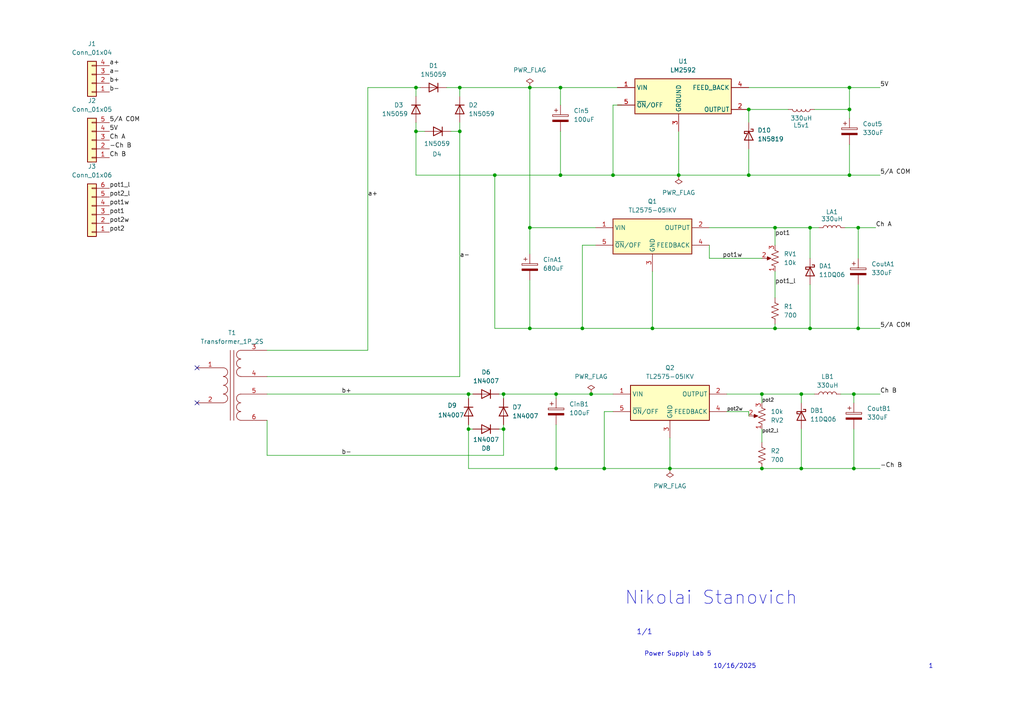
<source format=kicad_sch>
(kicad_sch (version 20250114) (generator "eeschema") (generator_version "9.0")
  (paper "A4")
  (lib_symbols
    (symbol "Connector_Generic:Conn_01x04" (pin_names (offset 1.016) (hide yes))
      (property "Reference" "J1" (at 8.382 -6.858 0))
      (property "Value" "Conn_01x04" (at 13.97 -8.636 0))
      (symbol "Conn_01x04_1_1"
        (rectangle (start 8.89 -11.557) (end 7.62 -11.303) (stroke (width 0.1524)))
        (rectangle (start 8.89 -14.097) (end 7.62 -13.843) (stroke (width 0.1524)))
        (rectangle (start 8.89 -16.637) (end 7.62 -16.383) (stroke (width 0.1524)))
        (rectangle (start 8.89 -19.177) (end 7.62 -18.923) (stroke (width 0.1524)))
        (rectangle (start 8.89 -20.32) (end 6.35 -10.16) (stroke (width 0.254)) (fill (type background)))
        (pin passive line (at 12.7 -11.43 180) (length 3.81) (name "Pin_4") (number "4"))
        (pin passive line (at 12.7 -13.97 180) (length 3.81) (name "Pin_3") (number "3"))
        (pin passive line (at 12.7 -16.51 180) (length 3.81) (name "Pin_2") (number "2"))
        (pin passive line (at 12.7 -19.05 180) (length 3.81) (name "Pin_1") (number "1"))
      )
    )
    (symbol "Connector_Generic:Conn_01x05" (pin_names (offset 1.016) (hide yes))
      (property "Reference" "J2" (at -0.508 10.414 0))
      (property "Value" "Conn_01x05" (at -5.334 7.874 0))
      (symbol "Conn_01x05_1_1"
        (rectangle (start -1.27 4.953) (end -2.54 5.207) (stroke (width 0.1524)))
        (rectangle (start -1.27 2.413) (end -2.54 2.667) (stroke (width 0.1524)))
        (rectangle (start -1.27 -0.127) (end -2.54 0.127) (stroke (width 0.1524)))
        (rectangle (start -1.27 -2.667) (end -2.54 -2.413) (stroke (width 0.1524)))
        (rectangle (start -1.27 -5.207) (end -2.54 -4.953) (stroke (width 0.1524)))
        (rectangle (start -1.27 -6.35) (end -3.81 6.35) (stroke (width 0.254)) (fill (type background)))
        (pin passive line (at 2.54 5.08 180) (length 3.81) (name "Pin_5") (number "5"))
        (pin passive line (at 2.54 2.54 180) (length 3.81) (name "Pin_4") (number "4"))
        (pin passive line (at 2.54 0 180) (length 3.81) (name "Pin_3") (number "3"))
        (pin passive line (at 2.54 -2.54 180) (length 3.81) (name "Pin_2") (number "2"))
        (pin passive line (at 2.54 -5.08 180) (length 3.81) (name "Pin_1") (number "1"))
      )
    )
    (symbol "Connector_Generic:Conn_01x06" (pin_names (offset 1.016) (hide yes))
      (property "Reference" "J3" (at -1.27 10.922 0))
      (property "Value" "Conn_01x06" (at -5.08 8.128 0))
      (symbol "Conn_01x06_1_1"
        (rectangle (start -2.54 4.953) (end -3.81 5.207) (stroke (width 0.1524)))
        (rectangle (start -2.54 2.413) (end -3.81 2.667) (stroke (width 0.1524)))
        (rectangle (start -2.54 -0.127) (end -3.81 0.127) (stroke (width 0.1524)))
        (rectangle (start -2.54 -2.667) (end -3.81 -2.413) (stroke (width 0.1524)))
        (rectangle (start -2.54 -5.207) (end -3.81 -4.953) (stroke (width 0.1524)))
        (rectangle (start -2.54 -7.747) (end -3.81 -7.493) (stroke (width 0.1524)))
        (rectangle (start -2.54 -8.89) (end -5.08 6.35) (stroke (width 0.254)) (fill (type background)))
        (pin passive line (at 1.27 5.08 180) (length 3.81) (name "Pin_6") (number "6"))
        (pin passive line (at 1.27 2.54 180) (length 3.81) (name "Pin_5") (number "5"))
        (pin passive line (at 1.27 0 180) (length 3.81) (name "Pin_4") (number "4"))
        (pin passive line (at 1.27 -2.54 180) (length 3.81) (name "Pin_3") (number "3"))
        (pin passive line (at 1.27 -5.08 180) (length 3.81) (name "Pin_2") (number "2"))
        (pin passive line (at 1.27 -7.62 180) (length 3.81) (name "Pin_1") (number "1"))
      )
    )
    (symbol "Device:C_Polarized" (pin_numbers (hide yes)) (pin_names (offset 0.254))
      (property "Reference" "C" (at 0.635 2.54 0))
      (property "Value" "C_Polarized" (at 0.635 -2.54 0))
      (symbol "C_Polarized_0_1"
        (rectangle (start -2.286 0.508) (end 2.286 1.016))
        (polyline (pts (xy -1.778 2.286) (xy -0.762 2.286)))
        (polyline (pts (xy -1.27 2.794) (xy -1.27 1.778)))
        (rectangle (start 2.286 -0.508) (end -2.286 -1.016) (fill (type outline)))
      )
      (symbol "C_Polarized_1_1"
        (pin passive line (at 0 3.81 270) (length 2.794) (name "~") (number "1"))
        (pin passive line (at 0 -3.81 90) (length 2.794) (name "~") (number "2"))
      )
    )
    (symbol "Device:D_Schottky" (pin_numbers (hide yes)) (pin_names (offset 1.016) (hide yes))
      (property "Reference" "D" (at 0 2.54 0))
      (property "Value" "D_Schottky" (at 0 -2.54 0))
      (symbol "D_Schottky_0_1"
        (polyline (pts (xy -1.905 0.635) (xy -1.905 1.27) (xy -1.27 1.27) (xy -1.27 -1.27) (xy -0.635 -1.27) (xy -0.635 -0.635)) (stroke (width 0.254)))
        (polyline (pts (xy 1.27 1.27) (xy 1.27 -1.27) (xy -1.27 0) (xy 1.27 1.27)) (stroke (width 0.254)))
        (polyline (pts (xy 1.27 0) (xy -1.27 0)))
      )
      (symbol "D_Schottky_1_1"
        (pin passive line (at -3.81 0 0) (length 2.54) (name "K") (number "1"))
        (pin passive line (at 3.81 0 180) (length 2.54) (name "A") (number "2"))
      )
    )
    (symbol "Device:L" (pin_numbers (hide yes)) (pin_names (offset 1.016) (hide yes))
      (property "Reference" "L" (at -1.27 0 90))
      (property "Value" "L" (at 1.905 0 90))
      (symbol "L_0_1"
        (arc (start 0 2.54) (mid 0.6323 1.905) (end 0 1.27))
        (arc (start 0 1.27) (mid 0.6323 0.635) (end 0 0))
        (arc (start 0 0) (mid 0.6323 -0.635) (end 0 -1.27))
        (arc (start 0 -1.27) (mid 0.6323 -1.905) (end 0 -2.54))
      )
      (symbol "L_1_1"
        (pin passive line (at 0 3.81 270) (length 1.27) (name "1") (number "1"))
        (pin passive line (at 0 -3.81 90) (length 1.27) (name "2") (number "2"))
      )
    )
    (symbol "Device:R_Potentiometer_US" (pin_names (offset 1.016) (hide yes))
      (property "Reference" "RV" (at -4.445 0 90))
      (property "Value" "R_Potentiometer_US" (at -2.54 0 90))
      (symbol "R_Potentiometer_US_0_1"
        (polyline (pts (xy 0 2.54) (xy 0 2.286)))
        (polyline (pts (xy 0 2.286) (xy 1.016 1.905) (xy 0 1.524) (xy -1.016 1.143) (xy 0 0.762)))
        (polyline (pts (xy 0 0.762) (xy 1.016 0.381) (xy 0 0) (xy -1.016 -0.381) (xy 0 -0.762)))
        (polyline (pts (xy 0 -0.762) (xy 1.016 -1.143) (xy 0 -1.524) (xy -1.016 -1.905) (xy 0 -2.286)))
        (polyline (pts (xy 0 -2.286) (xy 0 -2.54)))
        (polyline (pts (xy 1.143 0) (xy 2.286 0.508) (xy 2.286 -0.508) (xy 1.143 0)) (fill (type outline)))
        (polyline (pts (xy 2.54 0) (xy 1.524 0)))
      )
      (symbol "R_Potentiometer_US_1_1"
        (pin passive line (at 0 3.81 270) (length 1.27) (name "1") (number "1"))
        (pin passive line (at 0 -3.81 90) (length 1.27) (name "3") (number "3"))
        (pin passive line (at 3.81 0 180) (length 1.27) (name "2") (number "2"))
      )
    )
    (symbol "Device:R_US" (pin_numbers (hide yes)) (pin_names (offset 0))
      (property "Reference" "R" (at 2.54 0 90))
      (property "Value" "R_US" (at -2.54 0 90))
      (symbol "R_US_0_1"
        (polyline (pts (xy 0 2.286) (xy 0 2.54)))
        (polyline (pts (xy 0 2.286) (xy 1.016 1.905) (xy 0 1.524) (xy -1.016 1.143) (xy 0 0.762)))
        (polyline (pts (xy 0 0.762) (xy 1.016 0.381) (xy 0 0) (xy -1.016 -0.381) (xy 0 -0.762)))
        (polyline (pts (xy 0 -0.762) (xy 1.016 -1.143) (xy 0 -1.524) (xy -1.016 -1.905) (xy 0 -2.286)))
        (polyline (pts (xy 0 -2.286) (xy 0 -2.54)))
      )
      (symbol "R_US_1_1"
        (pin passive line (at 0 3.81 270) (length 1.27) (name "~") (number "1"))
        (pin passive line (at 0 -3.81 90) (length 1.27) (name "~") (number "2"))
      )
    )
    (symbol "Device:Transformer_1P_2S" (pin_names (offset 1.016) (hide yes))
      (property "Reference" "T" (at 0 12.7 0))
      (property "Value" "Transformer_1P_2S" (at 0 -12.7 0))
      (symbol "Transformer_1P_2S_0_1"
        (arc (start -1.27 3.81) (mid -1.656 2.9336) (end -2.54 2.5654))
        (arc (start -1.27 1.27) (mid -1.656 0.3936) (end -2.54 0.0254))
        (arc (start -1.27 -1.27) (mid -1.656 -2.1464) (end -2.54 -2.5146))
        (arc (start -1.27 -3.81) (mid -1.656 -4.6864) (end -2.54 -5.0546))
        (arc (start -2.54 5.08) (mid -1.642 4.708) (end -1.27 3.81))
        (arc (start -2.54 2.54) (mid -1.642 2.168) (end -1.27 1.27))
        (arc (start -2.54 0) (mid -1.642 -0.372) (end -1.27 -1.27))
        (arc (start -2.54 -2.54) (mid -1.642 -2.912) (end -1.27 -3.81))
        (polyline (pts (xy -0.508 -10.16) (xy -0.508 10.16)))
        (polyline (pts (xy 0.508 10.16) (xy 0.508 -10.16)))
        (arc (start 1.2954 8.89) (mid 1.6457 9.7917) (end 2.54 10.16))
        (arc (start 1.2954 6.35) (mid 1.6457 7.2517) (end 2.54 7.62))
        (arc (start 1.2954 3.81) (mid 1.6457 4.7117) (end 2.54 5.08))
        (arc (start 1.2954 -3.81) (mid 1.6457 -2.9083) (end 2.54 -2.54))
        (arc (start 1.2954 -6.35) (mid 1.6457 -5.4483) (end 2.54 -5.08))
        (arc (start 1.2954 -8.89) (mid 1.6457 -7.9883) (end 2.54 -7.62))
        (arc (start 2.54 7.6454) (mid 1.6599 8.0099) (end 1.2954 8.89))
        (arc (start 2.54 5.1054) (mid 1.6599 5.4699) (end 1.2954 6.35))
        (arc (start 2.54 2.5654) (mid 1.6599 2.9299) (end 1.2954 3.81))
        (arc (start 2.54 -5.0546) (mid 1.6599 -4.6901) (end 1.2954 -3.81))
        (arc (start 2.54 -7.5946) (mid 1.6599 -7.2301) (end 1.2954 -6.35))
        (arc (start 2.54 -10.1346) (mid 1.6599 -9.7701) (end 1.2954 -8.89))
      )
      (symbol "Transformer_1P_2S_1_1"
        (pin passive line (at -10.16 5.08 0) (length 7.62) (name "AA") (number "1"))
        (pin passive line (at -10.16 -5.08 0) (length 7.62) (name "AB") (number "2"))
        (pin passive line (at 10.16 10.16 180) (length 7.62) (name "SA") (number "3"))
        (pin passive line (at 10.16 2.54 180) (length 7.62) (name "SB") (number "4"))
        (pin passive line (at 10.16 -2.54 180) (length 7.62) (name "SC") (number "5"))
        (pin passive line (at 10.16 -10.16 180) (length 7.62) (name "SD") (number "6"))
      )
    )
    (symbol "Diode:1N4007" (pin_numbers (hide yes)) (pin_names (hide yes))
      (property "Reference" "D6" (at 0 6.35 0))
      (property "Value" "1N4007" (at 0 3.81 0))
      (symbol "1N4007_0_1"
        (polyline (pts (xy -1.27 1.27) (xy -1.27 -1.27) (xy 1.27 0) (xy -1.27 1.27)) (stroke (width 0.254)))
        (polyline (pts (xy -1.27 0) (xy 1.27 0)))
        (polyline (pts (xy 1.27 1.27) (xy 1.27 -1.27)) (stroke (width 0.254)))
      )
      (symbol "1N4007_1_1"
        (pin passive line (at -3.81 0 0) (length 2.54) (name "A") (number "2"))
        (pin passive line (at 3.81 0 180) (length 2.54) (name "K") (number "1"))
      )
    )
    (symbol "Diode:1N5819" (pin_numbers (hide yes)) (pin_names (offset 1.016) (hide yes))
      (property "Reference" "D" (at 0 2.54 0))
      (property "Value" "1N5819" (at 0 -2.54 0))
      (symbol "1N5819_0_1"
        (polyline (pts (xy -1.905 0.635) (xy -1.905 1.27) (xy -1.27 1.27) (xy -1.27 -1.27) (xy -0.635 -1.27) (xy -0.635 -0.635)) (stroke (width 0.254)))
        (polyline (pts (xy 1.27 1.27) (xy 1.27 -1.27) (xy -1.27 0) (xy 1.27 1.27)) (stroke (width 0.254)))
        (polyline (pts (xy 1.27 0) (xy -1.27 0)))
      )
      (symbol "1N5819_1_1"
        (pin passive line (at -3.81 0 0) (length 2.54) (name "K") (number "1"))
        (pin passive line (at 3.81 0 180) (length 2.54) (name "A") (number "2"))
      )
    )
    (symbol "LM2592HVT-5.0_NOPB_1"
      (property "Reference" "U1" (at 19.05 7.62 0))
      (property "Value" "LM2592" (at 19.05 5.08 0))
      (symbol "LM2592HVT-5.0_NOPB_1_1_1"
        (rectangle (start 5.08 2.54) (end 33.02 -7.62) (stroke (width 0.254)) (fill (type background)))
        (pin passive line (at 0 0 0) (length 5.08) (name "VIN") (number "1"))
        (pin passive line (at 0 -5.08 0) (length 5.08) (name "~{ON}/OFF") (number "5"))
        (pin passive line (at 17.78 -12.7 90) (length 5.08) (name "GROUND") (number "3"))
        (pin passive line (at 38.1 0 180) (length 5.08) (name "FEED_BACK") (number "4"))
        (pin passive line (at 38.1 -6.35 180) (length 5.08) (name "OUTPUT") (number "2"))
      )
    )
    (symbol "TL2575-05IKV:TL2575-05IKV"
      (property "Reference" "Q" (at 34.29 7.62 0))
      (property "Value" "TL2575-05IKV" (at 34.29 5.08 0))
      (symbol "TL2575-05IKV_1_1"
        (rectangle (start 5.08 2.54) (end 27.94 -7.62) (stroke (width 0.254)) (fill (type background)))
        (pin passive line (at 0 0 0) (length 5.08) (name "VIN") (number "1"))
        (pin passive line (at 0 -5.08 0) (length 5.08) (name "~{ON}/OFF") (number "5"))
        (pin passive line (at 16.51 -12.7 90) (length 5.08) (name "GND") (number "3"))
        (pin passive line (at 33.02 0 180) (length 5.08) (name "OUTPUT") (number "2"))
        (pin passive line (at 33.02 -5.08 180) (length 5.08) (name "FEEDBACK") (number "4"))
      )
    )
    (symbol "power:PWR_FLAG" (power) (pin_numbers (hide yes)) (pin_names (offset 0) (hide yes))
      (property "Value" "PWR_FLAG" (at 0 3.81 0))
      (symbol "PWR_FLAG_0_0"
        (pin power_out line (at 0 0 90) (length 0) (name "~") (number "1"))
      )
      (symbol "PWR_FLAG_0_1"
        (polyline (pts (xy 0 0) (xy 0 1.27) (xy -1.016 1.905) (xy 0 2.54) (xy 1.016 1.905) (xy 0 1.27)))
      )
    )
  )
  (text "Power Supply Lab 5 " (at 197.104 189.738 0) (effects (font (size 1.27 1.27))))
  (text "10/16/2025" (at 213.106 193.294 0) (effects (font (size 1.27 1.27))))
  (text "Nikolai Stanovich\n" (at 206.248 173.482 0) (effects (font (size 3.81 3.81))))
  (text "1/1\n" (at 186.944 183.388 0) (effects (font (size 1.524 1.524))))
  (text "1\n" (at 270.002 193.294 0) (effects (font (size 1.27 1.27))))
  (junction (at 162.56 50.8))
  (junction (at 248.92 66.04))
  (junction (at 248.92 95.25))
  (junction (at 232.41 135.89))
  (junction (at 234.95 95.25))
  (junction (at 196.85 50.8))
  (junction (at 133.35 25.4))
  (junction (at 220.98 114.3))
  (junction (at 153.67 95.25))
  (junction (at 153.67 66.04))
  (junction (at 175.26 135.89))
  (junction (at 177.8 50.8))
  (junction (at 194.31 135.89))
  (junction (at 220.98 135.89))
  (junction (at 161.29 114.3))
  (junction (at 189.23 95.25))
  (junction (at 246.38 50.8))
  (junction (at 246.38 25.4))
  (junction (at 168.91 95.25))
  (junction (at 217.17 31.75))
  (junction (at 171.45 114.3))
  (junction (at 224.79 66.04))
  (junction (at 246.38 31.75))
  (junction (at 133.35 38.1))
  (junction (at 146.05 124.46))
  (junction (at 224.79 95.25))
  (junction (at 161.29 135.89))
  (junction (at 162.56 25.4))
  (junction (at 120.65 25.4))
  (junction (at 247.65 135.89))
  (junction (at 153.67 25.4))
  (junction (at 143.51 50.8))
  (junction (at 232.41 114.3))
  (junction (at 135.89 124.46))
  (junction (at 217.17 50.8))
  (junction (at 135.89 114.3))
  (junction (at 120.65 38.1))
  (junction (at 247.65 114.3))
  (junction (at 234.95 66.04))
  (junction (at 146.05 114.3))
  (no_connect (at 57.15 116.84))
  (no_connect (at 57.15 106.68))
  (wire (pts (xy 153.67 25.4) (xy 162.56 25.4)))
  (wire (pts (xy 248.92 95.25) (xy 255.27 95.25)))
  (wire (pts (xy 77.47 101.6) (xy 106.68 101.6)))
  (wire (pts (xy 236.22 31.75) (xy 246.38 31.75)))
  (wire (pts (xy 120.65 27.94) (xy 120.65 25.4)))
  (wire (pts (xy 217.17 43.18) (xy 217.17 50.8)))
  (wire (pts (xy 232.41 124.46) (xy 232.41 135.89)))
  (wire (pts (xy 120.65 25.4) (xy 121.92 25.4)))
  (wire (pts (xy 153.67 95.25) (xy 168.91 95.25)))
  (wire (pts (xy 153.67 66.04) (xy 153.67 73.66)))
  (wire (pts (xy 248.92 82.55) (xy 248.92 95.25)))
  (wire (pts (xy 220.98 135.89) (xy 232.41 135.89)))
  (wire (pts (xy 129.54 25.4) (xy 133.35 25.4)))
  (wire (pts (xy 196.85 50.8) (xy 217.17 50.8)))
  (wire (pts (xy 232.41 135.89) (xy 247.65 135.89)))
  (wire (pts (xy 123.19 38.1) (xy 120.65 38.1)))
  (wire (pts (xy 217.17 25.4) (xy 246.38 25.4)))
  (wire (pts (xy 224.79 66.04) (xy 234.95 66.04)))
  (wire (pts (xy 77.47 121.92) (xy 77.47 132.08)))
  (wire (pts (xy 77.47 114.3) (xy 135.89 114.3)))
  (wire (pts (xy 246.38 25.4) (xy 246.38 31.75)))
  (wire (pts (xy 161.29 135.89) (xy 175.26 135.89)))
  (wire (pts (xy 168.91 71.12) (xy 172.72 71.12)))
  (wire (pts (xy 224.79 93.98) (xy 224.79 95.25)))
  (wire (pts (xy 243.84 114.3) (xy 247.65 114.3)))
  (wire (pts (xy 162.56 38.1) (xy 162.56 50.8)))
  (wire (pts (xy 232.41 114.3) (xy 232.41 116.84)))
  (wire (pts (xy 161.29 123.19) (xy 161.29 135.89)))
  (wire (pts (xy 146.05 124.46) (xy 146.05 123.19)))
  (wire (pts (xy 248.92 66.04) (xy 254 66.04)))
  (wire (pts (xy 135.89 114.3) (xy 135.89 115.57)))
  (wire (pts (xy 234.95 66.04) (xy 237.49 66.04)))
  (wire (pts (xy 106.68 101.6) (xy 106.68 25.4)))
  (wire (pts (xy 162.56 25.4) (xy 179.07 25.4)))
  (wire (pts (xy 234.95 66.04) (xy 234.95 74.93)))
  (wire (pts (xy 153.67 66.04) (xy 153.67 25.4)))
  (wire (pts (xy 217.17 31.75) (xy 228.6 31.75)))
  (wire (pts (xy 133.35 35.56) (xy 133.35 38.1)))
  (wire (pts (xy 205.74 66.04) (xy 224.79 66.04)))
  (wire (pts (xy 194.31 135.89) (xy 220.98 135.89)))
  (wire (pts (xy 175.26 119.38) (xy 175.26 135.89)))
  (wire (pts (xy 246.38 41.91) (xy 246.38 50.8)))
  (wire (pts (xy 234.95 82.55) (xy 234.95 95.25)))
  (wire (pts (xy 161.29 114.3) (xy 171.45 114.3)))
  (wire (pts (xy 133.35 109.22) (xy 77.47 109.22)))
  (wire (pts (xy 153.67 81.28) (xy 153.67 95.25)))
  (wire (pts (xy 161.29 114.3) (xy 161.29 115.57)))
  (wire (pts (xy 189.23 78.74) (xy 189.23 95.25)))
  (wire (pts (xy 189.23 95.25) (xy 224.79 95.25)))
  (wire (pts (xy 133.35 38.1) (xy 133.35 109.22)))
  (wire (pts (xy 106.68 25.4) (xy 120.65 25.4)))
  (wire (pts (xy 143.51 95.25) (xy 153.67 95.25)))
  (wire (pts (xy 133.35 25.4) (xy 153.67 25.4)))
  (wire (pts (xy 210.82 114.3) (xy 220.98 114.3)))
  (wire (pts (xy 120.65 38.1) (xy 120.65 35.56)))
  (wire (pts (xy 144.78 114.3) (xy 146.05 114.3)))
  (wire (pts (xy 168.91 95.25) (xy 189.23 95.25)))
  (wire (pts (xy 220.98 114.3) (xy 232.41 114.3)))
  (wire (pts (xy 247.65 124.46) (xy 247.65 135.89)))
  (wire (pts (xy 135.89 124.46) (xy 137.16 124.46)))
  (wire (pts (xy 194.31 127) (xy 194.31 135.89)))
  (wire (pts (xy 171.45 114.3) (xy 177.8 114.3)))
  (wire (pts (xy 135.89 123.19) (xy 135.89 124.46)))
  (wire (pts (xy 247.65 114.3) (xy 255.27 114.3)))
  (wire (pts (xy 220.98 114.3) (xy 220.98 116.84)))
  (wire (pts (xy 247.65 135.89) (xy 255.27 135.89)))
  (wire (pts (xy 217.17 50.8) (xy 246.38 50.8)))
  (wire (pts (xy 175.26 135.89) (xy 194.31 135.89)))
  (wire (pts (xy 224.79 78.74) (xy 224.79 86.36)))
  (wire (pts (xy 205.74 71.12) (xy 205.74 74.93)))
  (wire (pts (xy 146.05 132.08) (xy 146.05 124.46)))
  (wire (pts (xy 162.56 25.4) (xy 162.56 30.48)))
  (wire (pts (xy 177.8 30.48) (xy 177.8 50.8)))
  (wire (pts (xy 168.91 71.12) (xy 168.91 95.25)))
  (wire (pts (xy 120.65 38.1) (xy 120.65 50.8)))
  (wire (pts (xy 144.78 124.46) (xy 146.05 124.46)))
  (wire (pts (xy 146.05 114.3) (xy 161.29 114.3)))
  (wire (pts (xy 247.65 114.3) (xy 247.65 116.84)))
  (wire (pts (xy 232.41 114.3) (xy 236.22 114.3)))
  (wire (pts (xy 135.89 124.46) (xy 135.89 135.89)))
  (wire (pts (xy 133.35 38.1) (xy 130.81 38.1)))
  (wire (pts (xy 162.56 50.8) (xy 177.8 50.8)))
  (wire (pts (xy 135.89 135.89) (xy 161.29 135.89)))
  (wire (pts (xy 143.51 50.8) (xy 162.56 50.8)))
  (wire (pts (xy 246.38 25.4) (xy 255.27 25.4)))
  (wire (pts (xy 248.92 66.04) (xy 248.92 74.93)))
  (wire (pts (xy 245.11 66.04) (xy 248.92 66.04)))
  (wire (pts (xy 210.82 119.38) (xy 217.17 119.38)))
  (wire (pts (xy 205.74 74.93) (xy 220.98 74.93)))
  (wire (pts (xy 172.72 66.04) (xy 153.67 66.04)))
  (wire (pts (xy 246.38 50.8) (xy 255.27 50.8)))
  (wire (pts (xy 217.17 31.75) (xy 217.17 35.56)))
  (wire (pts (xy 177.8 30.48) (xy 180.34 30.48)))
  (wire (pts (xy 246.38 31.75) (xy 246.38 34.29)))
  (wire (pts (xy 217.17 119.38) (xy 217.17 120.65)))
  (wire (pts (xy 120.65 50.8) (xy 143.51 50.8)))
  (wire (pts (xy 224.79 95.25) (xy 234.95 95.25)))
  (wire (pts (xy 234.95 95.25) (xy 248.92 95.25)))
  (wire (pts (xy 135.89 114.3) (xy 137.16 114.3)))
  (wire (pts (xy 146.05 115.57) (xy 146.05 114.3)))
  (wire (pts (xy 177.8 119.38) (xy 175.26 119.38)))
  (wire (pts (xy 224.79 66.04) (xy 224.79 71.12)))
  (wire (pts (xy 177.8 50.8) (xy 196.85 50.8)))
  (wire (pts (xy 133.35 25.4) (xy 133.35 27.94)))
  (wire (pts (xy 196.85 38.1) (xy 196.85 50.8)))
  (wire (pts (xy 143.51 50.8) (xy 143.51 95.25)))
  (wire (pts (xy 220.98 124.46) (xy 220.98 128.27)))
  (wire (pts (xy 77.47 132.08) (xy 146.05 132.08)))
  (label "pot2_l" (at 220.98 125.73 0) (effects (font (size 1.016 1.016))))
  (label "Ch A" (at 254 66.04 0))
  (label "pot2" (at 31.75 67.31 0))
  (label "Ch B" (at 31.75 45.72 0))
  (label "pot1_l" (at 224.79 82.55 0))
  (label "pot2" (at 220.98 116.84 0) (effects (font (size 1.016 1.016))))
  (label "pot1w" (at 31.75 59.69 0))
  (label "a+" (at 106.68 57.15 0))
  (label "Ch B" (at 255.27 114.3 0))
  (label "5V" (at 255.27 25.4 0))
  (label "pot1" (at 224.79 68.58 0))
  (label "b-" (at 99.06 132.08 0))
  (label "pot1w" (at 209.55 74.93 0))
  (label "pot2w" (at 210.82 119.38 0) (effects (font (size 1.016 1.016))))
  (label "5{slash}A COM" (at 31.75 35.56 0))
  (label "5{slash}A COM" (at 255.27 50.8 0))
  (label "-Ch B" (at 31.75 43.18 0))
  (label "a+" (at 31.75 19.05 0))
  (label "a-" (at 31.75 21.59 0))
  (label "a-" (at 133.35 74.93 0))
  (label "pot2_l" (at 31.75 57.15 0))
  (label "b-" (at 31.75 26.67 0))
  (label "pot1" (at 31.75 62.23 0))
  (label "b+" (at 99.06 114.3 0))
  (label "5{slash}A COM" (at 255.27 95.25 0))
  (label "-Ch B" (at 255.27 135.89 0))
  (label "5V" (at 31.75 38.1 0))
  (label "b+" (at 31.75 24.13 0))
  (label "Ch A" (at 31.75 40.64 0))
  (label "pot2w" (at 31.75 64.77 0))
  (label "pot1_l" (at 31.75 54.61 0))
  (symbol (lib_id "Connector_Generic:Conn_01x04") (at 19.05 7.62 0) (unit 1)
    (property "Reference" "J1" (at 26.67 12.7 0))
    (property "Value" "Conn_01x04" (at 26.67 15.24 0))
    (property "Footprint" "Connector_JST:JST_EH_B4B-EH-A_1x04_P2.50mm_Vertical" (effects (hide yes)))
    (property "Description" "Generic connector, single row, 01x04, script generated (kicad-library-utils/schlib/autogen/connector/)" (effects (hide yes)))
  )
  (symbol (lib_id "Device:L") (at 241.3 66.04 90) (unit 1)
    (property "Reference" "LA1" (at 241.3 61.468 90))
    (property "Value" "330uH" (at 241.3 63.5 90))
    (property "Footprint" "Inductor_THT:L_Axial_L7.0mm_D3.3mm_P5.08mm_Vertical_Fastron_MICC" (effects (hide yes)))
    (property "Description" "Inductor" (effects (hide yes)))
  )
  (symbol (lib_id "Device:R_Potentiometer_US") (at 220.98 120.65 180) (unit 1) (on_board no)
    (property "Reference" "RV2" (at 223.52 121.9201 0) (effects (justify right)))
    (property "Value" "10k" (at 223.52 119.3801 0) (effects (justify right)))
    (property "Description" "Potentiometer, US symbol" (effects (hide yes)))
  )
  (symbol (lib_id "Diode:1N5819") (at 217.17 39.37 270) (unit 1)
    (property "Reference" "D10" (at 219.71 37.7824 90) (effects (justify left)))
    (property "Value" "1N5819" (at 219.71 40.3224 90) (effects (justify left)))
    (property "Footprint" "Diode_THT:D_DO-41_SOD81_P10.16mm_Horizontal" (effects (hide yes)))
    (property "Datasheet" "http://www.vishay.com/docs/88525/1n5817.pdf" (effects (hide yes)))
    (property "Description" "40V 1A Schottky Barrier Rectifier Diode, DO-41" (effects (hide yes)))
  )
  (symbol (lib_id "Device:C_Polarized") (at 161.29 119.38 0) (unit 1)
    (property "Reference" "CinB1" (at 165.1 117.2209 0) (effects (justify left)))
    (property "Value" "100uF" (at 165.1 119.7609 0) (effects (justify left)))
    (property "Footprint" "Capacitor_THT:CP_Radial_D12.5mm_P7.50mm" (effects (hide yes)))
    (property "Description" "Polarized capacitor" (effects (hide yes)))
  )
  (symbol (lib_id "Device:D_Schottky") (at 232.41 120.65 270) (unit 1)
    (property "Reference" "DB1" (at 234.95 119.0624 90) (effects (justify left)))
    (property "Value" "11DQ06" (at 234.95 121.6024 90) (effects (justify left)))
    (property "Footprint" "Diode_THT:D_A-405_P7.62mm_Horizontal" (effects (hide yes)))
    (property "Description" "Schottky diode" (effects (hide yes)))
  )
  (symbol (lib_id "Connector_Generic:Conn_01x05") (at 29.21 40.64 0) (unit 1)
    (property "Reference" "J2" (at 26.67 29.21 0))
    (property "Value" "Conn_01x05" (at 26.67 31.75 0))
    (property "Footprint" "Connector_JST:JST_EH_B5B-EH-A_1x05_P2.50mm_Vertical" (effects (hide yes)))
    (property "Description" "Generic connector, single row, 01x05, script generated (kicad-library-utils/schlib/autogen/connector/)" (effects (hide yes)))
  )
  (symbol (lib_id "Device:R_US") (at 220.98 132.08 0) (unit 1)
    (property "Reference" "R2" (at 223.52 130.8099 0) (effects (justify left)))
    (property "Value" "700" (at 223.52 133.3499 0) (effects (justify left)))
    (property "Footprint" "Resistor_THT:R_Axial_DIN0204_L3.6mm_D1.6mm_P2.54mm_Vertical" (effects (hide yes)))
    (property "Description" "Resistor, US symbol" (effects (hide yes)))
  )
  (symbol (lib_id "Diode:1N4007") (at 140.97 124.46 0) (mirror x) (unit 1)
    (property "Reference" "D8" (at 140.97 130.048 0))
    (property "Value" "1N4007" (at 140.97 127.508 0))
    (property "Footprint" "Diode_THT:D_DO-41_SOD81_P10.16mm_Horizontal" (effects (hide yes)))
    (property "Datasheet" "http://www.vishay.com/docs/88503/1n4001.pdf" (effects (hide yes)))
    (property "Description" "1000V 1A General Purpose Rectifier Diode, DO-41" (effects (hide yes)))
    (property "Sim.Device" "D" (effects (hide yes)))
    (property "Sim.Pins" "1=K 2=A" (effects (hide yes)))
  )
  (symbol (lib_id "Device:C_Polarized") (at 248.92 78.74 0) (unit 1)
    (property "Reference" "CoutA1" (at 252.73 76.5809 0) (effects (justify left)))
    (property "Value" "330uF" (at 252.73 79.1209 0) (effects (justify left)))
    (property "Footprint" "Capacitor_THT:CP_Radial_D12.5mm_P7.50mm" (effects (hide yes)))
    (property "Description" "Polarized capacitor" (effects (hide yes)))
  )
  (symbol (lib_id "Device:C_Polarized") (at 153.67 77.47 0) (unit 1)
    (property "Reference" "CinA1" (at 157.48 75.3109 0) (effects (justify left)))
    (property "Value" "680uF" (at 157.48 77.8509 0) (effects (justify left)))
    (property "Footprint" "Capacitor_THT:CP_Radial_D12.5mm_P7.50mm" (effects (hide yes)))
    (property "Description" "Polarized capacitor" (effects (hide yes)))
  )
  (symbol (lib_id "Device:R_US") (at 224.79 90.17 0) (unit 1)
    (property "Reference" "R1" (at 227.33 88.8999 0) (effects (justify left)))
    (property "Value" "700" (at 227.33 91.4399 0) (effects (justify left)))
    (property "Footprint" "Resistor_THT:R_Axial_DIN0204_L3.6mm_D1.6mm_P2.54mm_Vertical" (effects (hide yes)))
    (property "Description" "Resistor, US symbol" (effects (hide yes)))
  )
  (symbol (lib_id "Device:L") (at 232.41 31.75 270) (unit 1)
    (property "Reference" "L5v1" (at 232.41 36.322 90))
    (property "Value" "330uH" (at 232.41 34.29 90))
    (property "Footprint" "Inductor_THT:L_Axial_L7.0mm_D3.3mm_P5.08mm_Vertical_Fastron_MICC" (effects (hide yes)))
    (property "Description" "Inductor" (effects (hide yes)))
  )
  (symbol (lib_id "Device:C_Polarized") (at 247.65 120.65 0) (unit 1)
    (property "Reference" "CoutB1" (at 251.46 118.4909 0) (effects (justify left)))
    (property "Value" "330uF" (at 251.46 121.0309 0) (effects (justify left)))
    (property "Footprint" "Capacitor_THT:CP_Radial_D12.5mm_P7.50mm" (effects (hide yes)))
    (property "Description" "Polarized capacitor" (effects (hide yes)))
  )
  (symbol (lib_id "Diode:1N4007") (at 140.97 114.3 0) (unit 1)
    (property "Reference" "D6" (at 140.97 107.95 0))
    (property "Value" "1N4007" (at 140.97 110.49 0))
    (property "Footprint" "Diode_THT:D_DO-41_SOD81_P10.16mm_Horizontal" (effects (hide yes)))
    (property "Datasheet" "http://www.vishay.com/docs/88503/1n4001.pdf" (effects (hide yes)))
    (property "Description" "1000V 1A General Purpose Rectifier Diode, DO-41" (effects (hide yes)))
    (property "Sim.Device" "D" (effects (hide yes)))
    (property "Sim.Pins" "1=K 2=A" (effects (hide yes)))
  )
  (symbol (lib_id "TL2575-05IKV:TL2575-05IKV") (at 177.8 114.3 0) (unit 1)
    (property "Reference" "Q2" (at 194.31 106.68 0))
    (property "Value" "TL2575-05IKV" (at 194.31 109.22 0))
    (property "Footprint" "Components:TO170P470X1016X2338-5P" (effects (hide yes)))
    (property "Datasheet" "http://www.ti.com/lit/gpn/tl2575-05" (effects (hide yes)))
    (property "Description" "Texas Instruments, TL2575-05IKV Switching Regulator 1A Adjustable, 4.75  5.25 V, 5-Pin TO-220" (effects (hide yes)))
    (property "Height" "4.7" (effects (hide yes)))
    (property "Mouser Part Number" "595-TL2575-05IKV" (effects (hide yes)))
    (property "Mouser Price/Stock" "https://www.mouser.co.uk/ProductDetail/Texas-Instruments/TL2575-05IKV?qs=EnLMdcWnKABqEG9hbRVmBQ%3D%3D" (effects (hide yes)))
    (property "Manufacturer_Name" "Texas Instruments" (effects (hide yes)))
    (property "Manufacturer_Part_Number" "TL2575-05IKV" (effects (hide yes)))
  )
  (symbol (lib_id "power:PWR_FLAG") (at 196.85 50.8 180) (unit 1)
    (property "Reference" "#FLG04" (effects (hide yes)))
    (property "Value" "PWR_FLAG" (at 196.85 55.88 0))
    (property "Description" "Special symbol for telling ERC where power comes from" (effects (hide yes)))
  )
  (symbol (lib_id "Device:D_Schottky") (at 234.95 78.74 270) (unit 1)
    (property "Reference" "DA1" (at 237.49 77.1524 90) (effects (justify left)))
    (property "Value" "11DQ06" (at 237.49 79.6924 90) (effects (justify left)))
    (property "Footprint" "Diode_THT:D_A-405_P7.62mm_Horizontal" (effects (hide yes)))
    (property "Description" "Schottky diode" (effects (hide yes)))
  )
  (symbol (lib_id "TL2575-05IKV:TL2575-05IKV") (at 172.72 66.04 0) (unit 1)
    (property "Reference" "Q1" (at 189.23 58.42 0))
    (property "Value" "TL2575-05IKV" (at 189.23 60.96 0))
    (property "Footprint" "Components:TO170P470X1016X2338-5P" (effects (hide yes)))
    (property "Datasheet" "http://www.ti.com/lit/gpn/tl2575-05" (effects (hide yes)))
    (property "Description" "Texas Instruments, TL2575-05IKV Switching Regulator 1A Adjustable, 4.75  5.25 V, 5-Pin TO-220" (effects (hide yes)))
    (property "Height" "4.7" (effects (hide yes)))
    (property "Mouser Part Number" "595-TL2575-05IKV" (effects (hide yes)))
    (property "Mouser Price/Stock" "https://www.mouser.co.uk/ProductDetail/Texas-Instruments/TL2575-05IKV?qs=EnLMdcWnKABqEG9hbRVmBQ%3D%3D" (effects (hide yes)))
    (property "Manufacturer_Name" "Texas Instruments" (effects (hide yes)))
    (property "Manufacturer_Part_Number" "TL2575-05IKV" (effects (hide yes)))
  )
  (symbol (lib_id "Diode:1N4007") (at 127 38.1 0) (unit 1)
    (property "Reference" "D4" (at 126.746 44.704 0))
    (property "Value" "1N5059" (at 126.746 41.656 0))
    (property "Footprint" "Diode_THT:D_A-405_P10.16mm_Horizontal" (effects (hide yes)))
    (property "Datasheet" "http://www.vishay.com/docs/88503/1n4001.pdf" (effects (hide yes)))
    (property "Description" "1000V 1A General Purpose Rectifier Diode, DO-41" (effects (hide yes)))
    (property "Sim.Device" "D" (effects (hide yes)))
    (property "Sim.Pins" "1=K 2=A" (effects (hide yes)))
  )
  (symbol (lib_name "LM2592HVT-5.0_NOPB_1") (lib_id "LM2592HVT-5_0_NOPB:LM2592HVT-5.0_NOPB") (at 179.07 25.4 0) (unit 1)
    (property "Reference" "U1" (at 198.12 17.78 0))
    (property "Value" "LM2592" (at 198.12 20.32 0))
    (property "Footprint" "Components:TO170P470X1028X2142-5P" (effects (hide yes)))
    (property "Datasheet" "http://www.ti.com/lit/gpn/lm2592hv" (effects (hide yes)))
    (property "Description" "Texas Instruments LM2592HVT-5.0/NOPB, Step Down DC-DC Converter, 2A, 5-Pin TO-220" (effects (hide yes)))
    (property "Height" "4.7" (effects (hide yes)))
    (property "Mouser Part Number" "926-LM2592HVT50NOPB" (effects (hide yes)))
    (property "Mouser Price/Stock" "https://www.mouser.co.uk/ProductDetail/Texas-Instruments/LM2592HVT-5.0-NOPB?qs=X1J7HmVL2ZFdEGxUID1D2g%3D%3D" (effects (hide yes)))
    (property "Manufacturer_Name" "Texas Instruments" (effects (hide yes)))
    (property "Manufacturer_Part_Number" "LM2592HVT-5.0/NOPB" (effects (hide yes)))
  )
  (symbol (lib_id "Device:L") (at 240.03 114.3 90) (unit 1)
    (property "Reference" "LB1" (at 240.03 109.22 90))
    (property "Value" "330uH" (at 240.03 111.76 90))
    (property "Footprint" "Inductor_THT:L_Axial_L7.0mm_D3.3mm_P5.08mm_Vertical_Fastron_MICC" (effects (hide yes)))
    (property "Description" "Inductor" (effects (hide yes)))
  )
  (symbol (lib_id "Diode:1N4007") (at 135.89 119.38 270) (mirror x) (unit 1)
    (property "Reference" "D9" (at 129.794 117.6019 90) (effects (justify left)))
    (property "Value" "1N4007" (at 127 120.396 90) (effects (justify left)))
    (property "Footprint" "Diode_THT:D_DO-41_SOD81_P10.16mm_Horizontal" (effects (hide yes)))
    (property "Datasheet" "http://www.vishay.com/docs/88503/1n4001.pdf" (effects (hide yes)))
    (property "Description" "1000V 1A General Purpose Rectifier Diode, DO-41" (effects (hide yes)))
    (property "Sim.Device" "D" (effects (hide yes)))
    (property "Sim.Pins" "1=K 2=A" (effects (hide yes)))
  )
  (symbol (lib_id "Connector_Generic:Conn_01x06") (at 30.48 59.69 0) (unit 1)
    (property "Reference" "J3" (at 26.67 48.26 0))
    (property "Value" "Conn_01x06" (at 26.67 50.8 0))
    (property "Footprint" "Connector_JST:JST_EH_B6B-EH-A_1x06_P2.50mm_Vertical" (effects (hide yes)))
    (property "Description" "Generic connector, single row, 01x06, script generated (kicad-library-utils/schlib/autogen/connector/)" (effects (hide yes)))
  )
  (symbol (lib_id "Diode:1N4007") (at 125.73 25.4 0) (unit 1)
    (property "Reference" "D1" (at 125.73 19.05 0))
    (property "Value" "1N5059" (at 125.73 21.59 0))
    (property "Footprint" "Diode_THT:D_A-405_P10.16mm_Horizontal" (effects (hide yes)))
    (property "Datasheet" "http://www.vishay.com/docs/88503/1n4001.pdf" (effects (hide yes)))
    (property "Description" "1000V 1A General Purpose Rectifier Diode, DO-41" (effects (hide yes)))
    (property "Sim.Device" "D" (effects (hide yes)))
    (property "Sim.Pins" "1=K 2=A" (effects (hide yes)))
  )
  (symbol (lib_id "power:PWR_FLAG") (at 153.67 25.4 0) (unit 1)
    (property "Reference" "#FLG01" (effects (hide yes)))
    (property "Value" "PWR_FLAG" (at 153.67 20.32 0))
    (property "Description" "Special symbol for telling ERC where power comes from" (effects (hide yes)))
  )
  (symbol (lib_id "Device:C_Polarized") (at 246.38 38.1 0) (unit 1)
    (property "Reference" "Cout5" (at 250.19 35.9409 0) (effects (justify left)))
    (property "Value" "330uF" (at 250.19 38.4809 0) (effects (justify left)))
    (property "Footprint" "Capacitor_THT:CP_Radial_D12.5mm_P7.50mm" (effects (hide yes)))
    (property "Description" "Polarized capacitor" (effects (hide yes)))
  )
  (symbol (lib_id "power:PWR_FLAG") (at 194.31 135.89 180) (unit 1)
    (property "Reference" "#FLG03" (effects (hide yes)))
    (property "Value" "PWR_FLAG" (at 194.31 140.97 0))
    (property "Description" "Special symbol for telling ERC where power comes from" (effects (hide yes)))
  )
  (symbol (lib_id "power:PWR_FLAG") (at 171.45 114.3 0) (unit 1)
    (property "Reference" "#FLG02" (effects (hide yes)))
    (property "Value" "PWR_FLAG" (at 171.45 109.22 0))
    (property "Description" "Special symbol for telling ERC where power comes from" (effects (hide yes)))
  )
  (symbol (lib_id "Diode:1N4007") (at 133.35 31.75 90) (unit 1)
    (property "Reference" "D2" (at 135.89 30.4799 90) (effects (justify right)))
    (property "Value" "1N5059" (at 135.89 33.0199 90) (effects (justify right)))
    (property "Footprint" "Diode_THT:D_A-405_P10.16mm_Horizontal" (effects (hide yes)))
    (property "Datasheet" "http://www.vishay.com/docs/88503/1n4001.pdf" (effects (hide yes)))
    (property "Description" "1000V 1A General Purpose Rectifier Diode, DO-41" (effects (hide yes)))
    (property "Sim.Device" "D" (effects (hide yes)))
    (property "Sim.Pins" "1=K 2=A" (effects (hide yes)))
  )
  (symbol (lib_id "Device:C_Polarized") (at 162.56 34.29 0) (unit 1)
    (property "Reference" "Cin5" (at 166.37 32.1309 0) (effects (justify left)))
    (property "Value" "100uF" (at 166.37 34.6709 0) (effects (justify left)))
    (property "Footprint" "Capacitor_THT:CP_Radial_D12.5mm_P7.50mm" (effects (hide yes)))
    (property "Description" "Polarized capacitor" (effects (hide yes)))
  )
  (symbol (lib_id "Device:Transformer_1P_2S") (at 67.31 111.76 0) (unit 1) (on_board no)
    (property "Reference" "T1" (at 67.31 96.52 0))
    (property "Value" "Transformer_1P_2S" (at 67.31 99.06 0))
    (property "Description" "Transformer, single primary, dual secondary" (effects (hide yes)))
  )
  (symbol (lib_id "Diode:1N4007") (at 120.65 31.75 90) (unit 1)
    (property "Reference" "D3" (at 114.3 30.48 90) (effects (justify right)))
    (property "Value" "1N5059" (at 110.744 33.02 90) (effects (justify right)))
    (property "Footprint" "Diode_THT:D_A-405_P10.16mm_Horizontal" (effects (hide yes)))
    (property "Datasheet" "http://www.vishay.com/docs/88503/1n4001.pdf" (effects (hide yes)))
    (property "Description" "1000V 1A General Purpose Rectifier Diode, DO-41" (effects (hide yes)))
    (property "Sim.Device" "D" (effects (hide yes)))
    (property "Sim.Pins" "1=K 2=A" (effects (hide yes)))
  )
  (symbol (lib_id "Diode:1N4007") (at 146.05 119.38 90) (unit 1)
    (property "Reference" "D7" (at 148.59 118.1099 90) (effects (justify right)))
    (property "Value" "1N4007" (at 148.59 120.6499 90) (effects (justify right)))
    (property "Footprint" "Diode_THT:D_DO-41_SOD81_P10.16mm_Horizontal" (effects (hide yes)))
    (property "Datasheet" "http://www.vishay.com/docs/88503/1n4001.pdf" (effects (hide yes)))
    (property "Description" "1000V 1A General Purpose Rectifier Diode, DO-41" (effects (hide yes)))
    (property "Sim.Device" "D" (effects (hide yes)))
    (property "Sim.Pins" "1=K 2=A" (effects (hide yes)))
  )
  (symbol (lib_id "Device:R_Potentiometer_US") (at 224.79 74.93 180) (unit 1) (on_board no)
    (property "Reference" "RV1" (at 227.33 73.6599 0) (effects (justify right)))
    (property "Value" "10k" (at 227.33 76.1999 0) (effects (justify right)))
    (property "Description" "Potentiometer, US symbol" (effects (hide yes)))
  )
)
</source>
